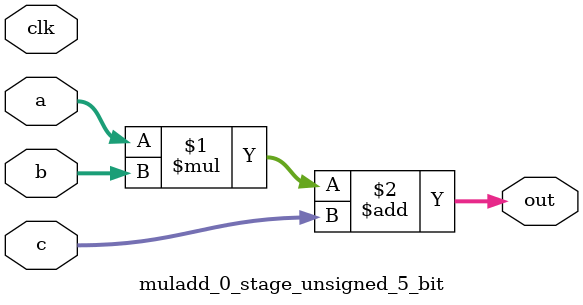
<source format=sv>
(* use_dsp = "yes" *) module muladd_0_stage_unsigned_5_bit(
	input  [4:0] a,
	input  [4:0] b,
	input  [4:0] c,
	output [4:0] out,
	input clk);

	assign out = (a * b) + c;
endmodule

</source>
